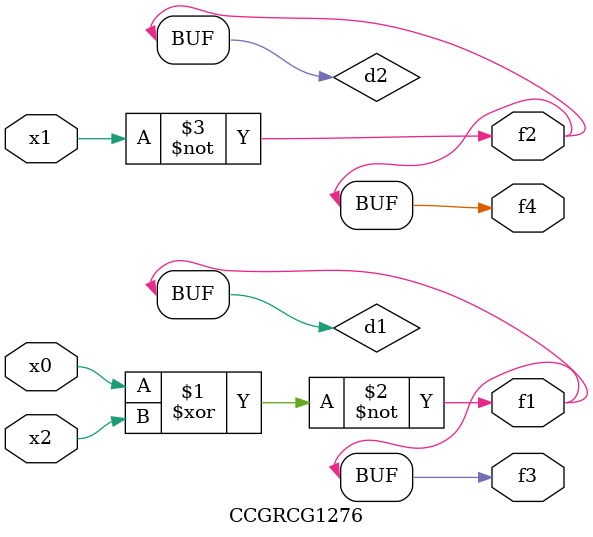
<source format=v>
module CCGRCG1276(
	input x0, x1, x2,
	output f1, f2, f3, f4
);

	wire d1, d2, d3;

	xnor (d1, x0, x2);
	nand (d2, x1);
	nor (d3, x1, x2);
	assign f1 = d1;
	assign f2 = d2;
	assign f3 = d1;
	assign f4 = d2;
endmodule

</source>
